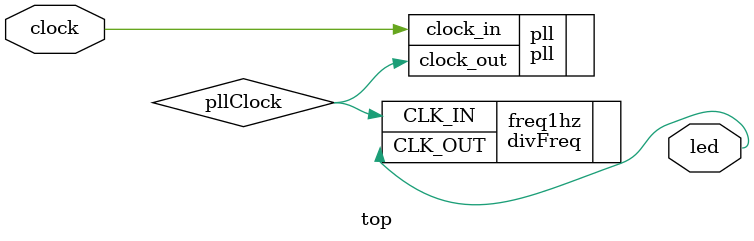
<source format=v>
`include "./divFreq.v"
`include "./pll.v"

module top (
    input clock,
    output wire led
);

  wire pllClock;

  // clk1hz clk0(.clk_in(clock), .clk_out(led));
  // clk10hz clk0(.clk_in(clock), .clk_out(led));

  divFreq freq1hz (
      .CLK_IN (pllClock),
      // .CLK_IN (clock),
      .CLK_OUT(led)
  );


  pll pll (
      .clock_in (clock),
      .clock_out(pllClock)
  );

endmodule

</source>
